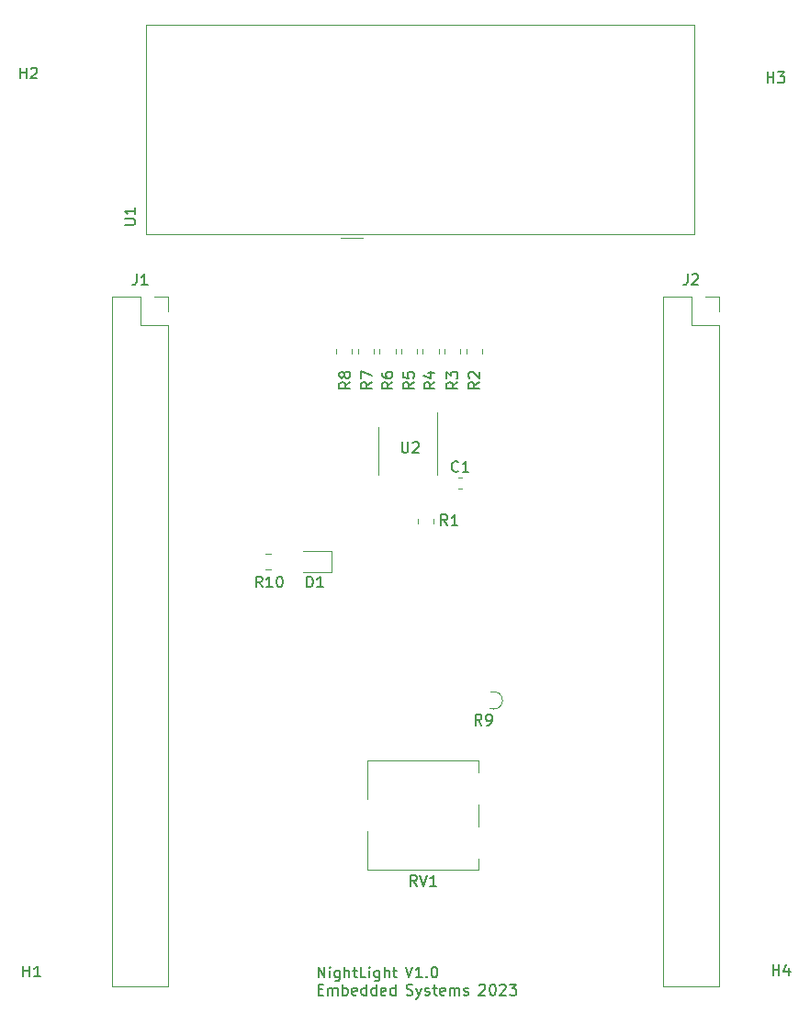
<source format=gbr>
%TF.GenerationSoftware,KiCad,Pcbnew,(7.0.0)*%
%TF.CreationDate,2023-06-01T01:21:08-06:00*%
%TF.ProjectId,FinalProject,46696e61-6c50-4726-9f6a-6563742e6b69,rev?*%
%TF.SameCoordinates,Original*%
%TF.FileFunction,Legend,Top*%
%TF.FilePolarity,Positive*%
%FSLAX46Y46*%
G04 Gerber Fmt 4.6, Leading zero omitted, Abs format (unit mm)*
G04 Created by KiCad (PCBNEW (7.0.0)) date 2023-06-01 01:21:08*
%MOMM*%
%LPD*%
G01*
G04 APERTURE LIST*
%ADD10C,0.150000*%
%ADD11C,0.120000*%
G04 APERTURE END LIST*
D10*
X138838095Y-112962380D02*
X138838095Y-111962380D01*
X138838095Y-111962380D02*
X139409523Y-112962380D01*
X139409523Y-112962380D02*
X139409523Y-111962380D01*
X139885714Y-112962380D02*
X139885714Y-112295714D01*
X139885714Y-111962380D02*
X139838095Y-112010000D01*
X139838095Y-112010000D02*
X139885714Y-112057619D01*
X139885714Y-112057619D02*
X139933333Y-112010000D01*
X139933333Y-112010000D02*
X139885714Y-111962380D01*
X139885714Y-111962380D02*
X139885714Y-112057619D01*
X140790475Y-112295714D02*
X140790475Y-113105238D01*
X140790475Y-113105238D02*
X140742856Y-113200476D01*
X140742856Y-113200476D02*
X140695237Y-113248095D01*
X140695237Y-113248095D02*
X140599999Y-113295714D01*
X140599999Y-113295714D02*
X140457142Y-113295714D01*
X140457142Y-113295714D02*
X140361904Y-113248095D01*
X140790475Y-112914761D02*
X140695237Y-112962380D01*
X140695237Y-112962380D02*
X140504761Y-112962380D01*
X140504761Y-112962380D02*
X140409523Y-112914761D01*
X140409523Y-112914761D02*
X140361904Y-112867142D01*
X140361904Y-112867142D02*
X140314285Y-112771904D01*
X140314285Y-112771904D02*
X140314285Y-112486190D01*
X140314285Y-112486190D02*
X140361904Y-112390952D01*
X140361904Y-112390952D02*
X140409523Y-112343333D01*
X140409523Y-112343333D02*
X140504761Y-112295714D01*
X140504761Y-112295714D02*
X140695237Y-112295714D01*
X140695237Y-112295714D02*
X140790475Y-112343333D01*
X141266666Y-112962380D02*
X141266666Y-111962380D01*
X141695237Y-112962380D02*
X141695237Y-112438571D01*
X141695237Y-112438571D02*
X141647618Y-112343333D01*
X141647618Y-112343333D02*
X141552380Y-112295714D01*
X141552380Y-112295714D02*
X141409523Y-112295714D01*
X141409523Y-112295714D02*
X141314285Y-112343333D01*
X141314285Y-112343333D02*
X141266666Y-112390952D01*
X142028571Y-112295714D02*
X142409523Y-112295714D01*
X142171428Y-111962380D02*
X142171428Y-112819523D01*
X142171428Y-112819523D02*
X142219047Y-112914761D01*
X142219047Y-112914761D02*
X142314285Y-112962380D01*
X142314285Y-112962380D02*
X142409523Y-112962380D01*
X143219047Y-112962380D02*
X142742857Y-112962380D01*
X142742857Y-112962380D02*
X142742857Y-111962380D01*
X143552381Y-112962380D02*
X143552381Y-112295714D01*
X143552381Y-111962380D02*
X143504762Y-112010000D01*
X143504762Y-112010000D02*
X143552381Y-112057619D01*
X143552381Y-112057619D02*
X143600000Y-112010000D01*
X143600000Y-112010000D02*
X143552381Y-111962380D01*
X143552381Y-111962380D02*
X143552381Y-112057619D01*
X144457142Y-112295714D02*
X144457142Y-113105238D01*
X144457142Y-113105238D02*
X144409523Y-113200476D01*
X144409523Y-113200476D02*
X144361904Y-113248095D01*
X144361904Y-113248095D02*
X144266666Y-113295714D01*
X144266666Y-113295714D02*
X144123809Y-113295714D01*
X144123809Y-113295714D02*
X144028571Y-113248095D01*
X144457142Y-112914761D02*
X144361904Y-112962380D01*
X144361904Y-112962380D02*
X144171428Y-112962380D01*
X144171428Y-112962380D02*
X144076190Y-112914761D01*
X144076190Y-112914761D02*
X144028571Y-112867142D01*
X144028571Y-112867142D02*
X143980952Y-112771904D01*
X143980952Y-112771904D02*
X143980952Y-112486190D01*
X143980952Y-112486190D02*
X144028571Y-112390952D01*
X144028571Y-112390952D02*
X144076190Y-112343333D01*
X144076190Y-112343333D02*
X144171428Y-112295714D01*
X144171428Y-112295714D02*
X144361904Y-112295714D01*
X144361904Y-112295714D02*
X144457142Y-112343333D01*
X144933333Y-112962380D02*
X144933333Y-111962380D01*
X145361904Y-112962380D02*
X145361904Y-112438571D01*
X145361904Y-112438571D02*
X145314285Y-112343333D01*
X145314285Y-112343333D02*
X145219047Y-112295714D01*
X145219047Y-112295714D02*
X145076190Y-112295714D01*
X145076190Y-112295714D02*
X144980952Y-112343333D01*
X144980952Y-112343333D02*
X144933333Y-112390952D01*
X145695238Y-112295714D02*
X146076190Y-112295714D01*
X145838095Y-111962380D02*
X145838095Y-112819523D01*
X145838095Y-112819523D02*
X145885714Y-112914761D01*
X145885714Y-112914761D02*
X145980952Y-112962380D01*
X145980952Y-112962380D02*
X146076190Y-112962380D01*
X146866667Y-111962380D02*
X147200000Y-112962380D01*
X147200000Y-112962380D02*
X147533333Y-111962380D01*
X148390476Y-112962380D02*
X147819048Y-112962380D01*
X148104762Y-112962380D02*
X148104762Y-111962380D01*
X148104762Y-111962380D02*
X148009524Y-112105238D01*
X148009524Y-112105238D02*
X147914286Y-112200476D01*
X147914286Y-112200476D02*
X147819048Y-112248095D01*
X148819048Y-112867142D02*
X148866667Y-112914761D01*
X148866667Y-112914761D02*
X148819048Y-112962380D01*
X148819048Y-112962380D02*
X148771429Y-112914761D01*
X148771429Y-112914761D02*
X148819048Y-112867142D01*
X148819048Y-112867142D02*
X148819048Y-112962380D01*
X149485714Y-111962380D02*
X149580952Y-111962380D01*
X149580952Y-111962380D02*
X149676190Y-112010000D01*
X149676190Y-112010000D02*
X149723809Y-112057619D01*
X149723809Y-112057619D02*
X149771428Y-112152857D01*
X149771428Y-112152857D02*
X149819047Y-112343333D01*
X149819047Y-112343333D02*
X149819047Y-112581428D01*
X149819047Y-112581428D02*
X149771428Y-112771904D01*
X149771428Y-112771904D02*
X149723809Y-112867142D01*
X149723809Y-112867142D02*
X149676190Y-112914761D01*
X149676190Y-112914761D02*
X149580952Y-112962380D01*
X149580952Y-112962380D02*
X149485714Y-112962380D01*
X149485714Y-112962380D02*
X149390476Y-112914761D01*
X149390476Y-112914761D02*
X149342857Y-112867142D01*
X149342857Y-112867142D02*
X149295238Y-112771904D01*
X149295238Y-112771904D02*
X149247619Y-112581428D01*
X149247619Y-112581428D02*
X149247619Y-112343333D01*
X149247619Y-112343333D02*
X149295238Y-112152857D01*
X149295238Y-112152857D02*
X149342857Y-112057619D01*
X149342857Y-112057619D02*
X149390476Y-112010000D01*
X149390476Y-112010000D02*
X149485714Y-111962380D01*
X138838095Y-114058571D02*
X139171428Y-114058571D01*
X139314285Y-114582380D02*
X138838095Y-114582380D01*
X138838095Y-114582380D02*
X138838095Y-113582380D01*
X138838095Y-113582380D02*
X139314285Y-113582380D01*
X139742857Y-114582380D02*
X139742857Y-113915714D01*
X139742857Y-114010952D02*
X139790476Y-113963333D01*
X139790476Y-113963333D02*
X139885714Y-113915714D01*
X139885714Y-113915714D02*
X140028571Y-113915714D01*
X140028571Y-113915714D02*
X140123809Y-113963333D01*
X140123809Y-113963333D02*
X140171428Y-114058571D01*
X140171428Y-114058571D02*
X140171428Y-114582380D01*
X140171428Y-114058571D02*
X140219047Y-113963333D01*
X140219047Y-113963333D02*
X140314285Y-113915714D01*
X140314285Y-113915714D02*
X140457142Y-113915714D01*
X140457142Y-113915714D02*
X140552381Y-113963333D01*
X140552381Y-113963333D02*
X140600000Y-114058571D01*
X140600000Y-114058571D02*
X140600000Y-114582380D01*
X141076190Y-114582380D02*
X141076190Y-113582380D01*
X141076190Y-113963333D02*
X141171428Y-113915714D01*
X141171428Y-113915714D02*
X141361904Y-113915714D01*
X141361904Y-113915714D02*
X141457142Y-113963333D01*
X141457142Y-113963333D02*
X141504761Y-114010952D01*
X141504761Y-114010952D02*
X141552380Y-114106190D01*
X141552380Y-114106190D02*
X141552380Y-114391904D01*
X141552380Y-114391904D02*
X141504761Y-114487142D01*
X141504761Y-114487142D02*
X141457142Y-114534761D01*
X141457142Y-114534761D02*
X141361904Y-114582380D01*
X141361904Y-114582380D02*
X141171428Y-114582380D01*
X141171428Y-114582380D02*
X141076190Y-114534761D01*
X142361904Y-114534761D02*
X142266666Y-114582380D01*
X142266666Y-114582380D02*
X142076190Y-114582380D01*
X142076190Y-114582380D02*
X141980952Y-114534761D01*
X141980952Y-114534761D02*
X141933333Y-114439523D01*
X141933333Y-114439523D02*
X141933333Y-114058571D01*
X141933333Y-114058571D02*
X141980952Y-113963333D01*
X141980952Y-113963333D02*
X142076190Y-113915714D01*
X142076190Y-113915714D02*
X142266666Y-113915714D01*
X142266666Y-113915714D02*
X142361904Y-113963333D01*
X142361904Y-113963333D02*
X142409523Y-114058571D01*
X142409523Y-114058571D02*
X142409523Y-114153809D01*
X142409523Y-114153809D02*
X141933333Y-114249047D01*
X143266666Y-114582380D02*
X143266666Y-113582380D01*
X143266666Y-114534761D02*
X143171428Y-114582380D01*
X143171428Y-114582380D02*
X142980952Y-114582380D01*
X142980952Y-114582380D02*
X142885714Y-114534761D01*
X142885714Y-114534761D02*
X142838095Y-114487142D01*
X142838095Y-114487142D02*
X142790476Y-114391904D01*
X142790476Y-114391904D02*
X142790476Y-114106190D01*
X142790476Y-114106190D02*
X142838095Y-114010952D01*
X142838095Y-114010952D02*
X142885714Y-113963333D01*
X142885714Y-113963333D02*
X142980952Y-113915714D01*
X142980952Y-113915714D02*
X143171428Y-113915714D01*
X143171428Y-113915714D02*
X143266666Y-113963333D01*
X144171428Y-114582380D02*
X144171428Y-113582380D01*
X144171428Y-114534761D02*
X144076190Y-114582380D01*
X144076190Y-114582380D02*
X143885714Y-114582380D01*
X143885714Y-114582380D02*
X143790476Y-114534761D01*
X143790476Y-114534761D02*
X143742857Y-114487142D01*
X143742857Y-114487142D02*
X143695238Y-114391904D01*
X143695238Y-114391904D02*
X143695238Y-114106190D01*
X143695238Y-114106190D02*
X143742857Y-114010952D01*
X143742857Y-114010952D02*
X143790476Y-113963333D01*
X143790476Y-113963333D02*
X143885714Y-113915714D01*
X143885714Y-113915714D02*
X144076190Y-113915714D01*
X144076190Y-113915714D02*
X144171428Y-113963333D01*
X145028571Y-114534761D02*
X144933333Y-114582380D01*
X144933333Y-114582380D02*
X144742857Y-114582380D01*
X144742857Y-114582380D02*
X144647619Y-114534761D01*
X144647619Y-114534761D02*
X144600000Y-114439523D01*
X144600000Y-114439523D02*
X144600000Y-114058571D01*
X144600000Y-114058571D02*
X144647619Y-113963333D01*
X144647619Y-113963333D02*
X144742857Y-113915714D01*
X144742857Y-113915714D02*
X144933333Y-113915714D01*
X144933333Y-113915714D02*
X145028571Y-113963333D01*
X145028571Y-113963333D02*
X145076190Y-114058571D01*
X145076190Y-114058571D02*
X145076190Y-114153809D01*
X145076190Y-114153809D02*
X144600000Y-114249047D01*
X145933333Y-114582380D02*
X145933333Y-113582380D01*
X145933333Y-114534761D02*
X145838095Y-114582380D01*
X145838095Y-114582380D02*
X145647619Y-114582380D01*
X145647619Y-114582380D02*
X145552381Y-114534761D01*
X145552381Y-114534761D02*
X145504762Y-114487142D01*
X145504762Y-114487142D02*
X145457143Y-114391904D01*
X145457143Y-114391904D02*
X145457143Y-114106190D01*
X145457143Y-114106190D02*
X145504762Y-114010952D01*
X145504762Y-114010952D02*
X145552381Y-113963333D01*
X145552381Y-113963333D02*
X145647619Y-113915714D01*
X145647619Y-113915714D02*
X145838095Y-113915714D01*
X145838095Y-113915714D02*
X145933333Y-113963333D01*
X146961905Y-114534761D02*
X147104762Y-114582380D01*
X147104762Y-114582380D02*
X147342857Y-114582380D01*
X147342857Y-114582380D02*
X147438095Y-114534761D01*
X147438095Y-114534761D02*
X147485714Y-114487142D01*
X147485714Y-114487142D02*
X147533333Y-114391904D01*
X147533333Y-114391904D02*
X147533333Y-114296666D01*
X147533333Y-114296666D02*
X147485714Y-114201428D01*
X147485714Y-114201428D02*
X147438095Y-114153809D01*
X147438095Y-114153809D02*
X147342857Y-114106190D01*
X147342857Y-114106190D02*
X147152381Y-114058571D01*
X147152381Y-114058571D02*
X147057143Y-114010952D01*
X147057143Y-114010952D02*
X147009524Y-113963333D01*
X147009524Y-113963333D02*
X146961905Y-113868095D01*
X146961905Y-113868095D02*
X146961905Y-113772857D01*
X146961905Y-113772857D02*
X147009524Y-113677619D01*
X147009524Y-113677619D02*
X147057143Y-113630000D01*
X147057143Y-113630000D02*
X147152381Y-113582380D01*
X147152381Y-113582380D02*
X147390476Y-113582380D01*
X147390476Y-113582380D02*
X147533333Y-113630000D01*
X147866667Y-113915714D02*
X148104762Y-114582380D01*
X148342857Y-113915714D02*
X148104762Y-114582380D01*
X148104762Y-114582380D02*
X148009524Y-114820476D01*
X148009524Y-114820476D02*
X147961905Y-114868095D01*
X147961905Y-114868095D02*
X147866667Y-114915714D01*
X148676191Y-114534761D02*
X148771429Y-114582380D01*
X148771429Y-114582380D02*
X148961905Y-114582380D01*
X148961905Y-114582380D02*
X149057143Y-114534761D01*
X149057143Y-114534761D02*
X149104762Y-114439523D01*
X149104762Y-114439523D02*
X149104762Y-114391904D01*
X149104762Y-114391904D02*
X149057143Y-114296666D01*
X149057143Y-114296666D02*
X148961905Y-114249047D01*
X148961905Y-114249047D02*
X148819048Y-114249047D01*
X148819048Y-114249047D02*
X148723810Y-114201428D01*
X148723810Y-114201428D02*
X148676191Y-114106190D01*
X148676191Y-114106190D02*
X148676191Y-114058571D01*
X148676191Y-114058571D02*
X148723810Y-113963333D01*
X148723810Y-113963333D02*
X148819048Y-113915714D01*
X148819048Y-113915714D02*
X148961905Y-113915714D01*
X148961905Y-113915714D02*
X149057143Y-113963333D01*
X149390477Y-113915714D02*
X149771429Y-113915714D01*
X149533334Y-113582380D02*
X149533334Y-114439523D01*
X149533334Y-114439523D02*
X149580953Y-114534761D01*
X149580953Y-114534761D02*
X149676191Y-114582380D01*
X149676191Y-114582380D02*
X149771429Y-114582380D01*
X150485715Y-114534761D02*
X150390477Y-114582380D01*
X150390477Y-114582380D02*
X150200001Y-114582380D01*
X150200001Y-114582380D02*
X150104763Y-114534761D01*
X150104763Y-114534761D02*
X150057144Y-114439523D01*
X150057144Y-114439523D02*
X150057144Y-114058571D01*
X150057144Y-114058571D02*
X150104763Y-113963333D01*
X150104763Y-113963333D02*
X150200001Y-113915714D01*
X150200001Y-113915714D02*
X150390477Y-113915714D01*
X150390477Y-113915714D02*
X150485715Y-113963333D01*
X150485715Y-113963333D02*
X150533334Y-114058571D01*
X150533334Y-114058571D02*
X150533334Y-114153809D01*
X150533334Y-114153809D02*
X150057144Y-114249047D01*
X150961906Y-114582380D02*
X150961906Y-113915714D01*
X150961906Y-114010952D02*
X151009525Y-113963333D01*
X151009525Y-113963333D02*
X151104763Y-113915714D01*
X151104763Y-113915714D02*
X151247620Y-113915714D01*
X151247620Y-113915714D02*
X151342858Y-113963333D01*
X151342858Y-113963333D02*
X151390477Y-114058571D01*
X151390477Y-114058571D02*
X151390477Y-114582380D01*
X151390477Y-114058571D02*
X151438096Y-113963333D01*
X151438096Y-113963333D02*
X151533334Y-113915714D01*
X151533334Y-113915714D02*
X151676191Y-113915714D01*
X151676191Y-113915714D02*
X151771430Y-113963333D01*
X151771430Y-113963333D02*
X151819049Y-114058571D01*
X151819049Y-114058571D02*
X151819049Y-114582380D01*
X152247620Y-114534761D02*
X152342858Y-114582380D01*
X152342858Y-114582380D02*
X152533334Y-114582380D01*
X152533334Y-114582380D02*
X152628572Y-114534761D01*
X152628572Y-114534761D02*
X152676191Y-114439523D01*
X152676191Y-114439523D02*
X152676191Y-114391904D01*
X152676191Y-114391904D02*
X152628572Y-114296666D01*
X152628572Y-114296666D02*
X152533334Y-114249047D01*
X152533334Y-114249047D02*
X152390477Y-114249047D01*
X152390477Y-114249047D02*
X152295239Y-114201428D01*
X152295239Y-114201428D02*
X152247620Y-114106190D01*
X152247620Y-114106190D02*
X152247620Y-114058571D01*
X152247620Y-114058571D02*
X152295239Y-113963333D01*
X152295239Y-113963333D02*
X152390477Y-113915714D01*
X152390477Y-113915714D02*
X152533334Y-113915714D01*
X152533334Y-113915714D02*
X152628572Y-113963333D01*
X153657144Y-113677619D02*
X153704763Y-113630000D01*
X153704763Y-113630000D02*
X153800001Y-113582380D01*
X153800001Y-113582380D02*
X154038096Y-113582380D01*
X154038096Y-113582380D02*
X154133334Y-113630000D01*
X154133334Y-113630000D02*
X154180953Y-113677619D01*
X154180953Y-113677619D02*
X154228572Y-113772857D01*
X154228572Y-113772857D02*
X154228572Y-113868095D01*
X154228572Y-113868095D02*
X154180953Y-114010952D01*
X154180953Y-114010952D02*
X153609525Y-114582380D01*
X153609525Y-114582380D02*
X154228572Y-114582380D01*
X154847620Y-113582380D02*
X154942858Y-113582380D01*
X154942858Y-113582380D02*
X155038096Y-113630000D01*
X155038096Y-113630000D02*
X155085715Y-113677619D01*
X155085715Y-113677619D02*
X155133334Y-113772857D01*
X155133334Y-113772857D02*
X155180953Y-113963333D01*
X155180953Y-113963333D02*
X155180953Y-114201428D01*
X155180953Y-114201428D02*
X155133334Y-114391904D01*
X155133334Y-114391904D02*
X155085715Y-114487142D01*
X155085715Y-114487142D02*
X155038096Y-114534761D01*
X155038096Y-114534761D02*
X154942858Y-114582380D01*
X154942858Y-114582380D02*
X154847620Y-114582380D01*
X154847620Y-114582380D02*
X154752382Y-114534761D01*
X154752382Y-114534761D02*
X154704763Y-114487142D01*
X154704763Y-114487142D02*
X154657144Y-114391904D01*
X154657144Y-114391904D02*
X154609525Y-114201428D01*
X154609525Y-114201428D02*
X154609525Y-113963333D01*
X154609525Y-113963333D02*
X154657144Y-113772857D01*
X154657144Y-113772857D02*
X154704763Y-113677619D01*
X154704763Y-113677619D02*
X154752382Y-113630000D01*
X154752382Y-113630000D02*
X154847620Y-113582380D01*
X155561906Y-113677619D02*
X155609525Y-113630000D01*
X155609525Y-113630000D02*
X155704763Y-113582380D01*
X155704763Y-113582380D02*
X155942858Y-113582380D01*
X155942858Y-113582380D02*
X156038096Y-113630000D01*
X156038096Y-113630000D02*
X156085715Y-113677619D01*
X156085715Y-113677619D02*
X156133334Y-113772857D01*
X156133334Y-113772857D02*
X156133334Y-113868095D01*
X156133334Y-113868095D02*
X156085715Y-114010952D01*
X156085715Y-114010952D02*
X155514287Y-114582380D01*
X155514287Y-114582380D02*
X156133334Y-114582380D01*
X156466668Y-113582380D02*
X157085715Y-113582380D01*
X157085715Y-113582380D02*
X156752382Y-113963333D01*
X156752382Y-113963333D02*
X156895239Y-113963333D01*
X156895239Y-113963333D02*
X156990477Y-114010952D01*
X156990477Y-114010952D02*
X157038096Y-114058571D01*
X157038096Y-114058571D02*
X157085715Y-114153809D01*
X157085715Y-114153809D02*
X157085715Y-114391904D01*
X157085715Y-114391904D02*
X157038096Y-114487142D01*
X157038096Y-114487142D02*
X156990477Y-114534761D01*
X156990477Y-114534761D02*
X156895239Y-114582380D01*
X156895239Y-114582380D02*
X156609525Y-114582380D01*
X156609525Y-114582380D02*
X156514287Y-114534761D01*
X156514287Y-114534761D02*
X156466668Y-114487142D01*
%TO.C,R9*%
X153888333Y-89687380D02*
X153555000Y-89211190D01*
X153316905Y-89687380D02*
X153316905Y-88687380D01*
X153316905Y-88687380D02*
X153697857Y-88687380D01*
X153697857Y-88687380D02*
X153793095Y-88735000D01*
X153793095Y-88735000D02*
X153840714Y-88782619D01*
X153840714Y-88782619D02*
X153888333Y-88877857D01*
X153888333Y-88877857D02*
X153888333Y-89020714D01*
X153888333Y-89020714D02*
X153840714Y-89115952D01*
X153840714Y-89115952D02*
X153793095Y-89163571D01*
X153793095Y-89163571D02*
X153697857Y-89211190D01*
X153697857Y-89211190D02*
X153316905Y-89211190D01*
X154364524Y-89687380D02*
X154555000Y-89687380D01*
X154555000Y-89687380D02*
X154650238Y-89639761D01*
X154650238Y-89639761D02*
X154697857Y-89592142D01*
X154697857Y-89592142D02*
X154793095Y-89449285D01*
X154793095Y-89449285D02*
X154840714Y-89258809D01*
X154840714Y-89258809D02*
X154840714Y-88877857D01*
X154840714Y-88877857D02*
X154793095Y-88782619D01*
X154793095Y-88782619D02*
X154745476Y-88735000D01*
X154745476Y-88735000D02*
X154650238Y-88687380D01*
X154650238Y-88687380D02*
X154459762Y-88687380D01*
X154459762Y-88687380D02*
X154364524Y-88735000D01*
X154364524Y-88735000D02*
X154316905Y-88782619D01*
X154316905Y-88782619D02*
X154269286Y-88877857D01*
X154269286Y-88877857D02*
X154269286Y-89115952D01*
X154269286Y-89115952D02*
X154316905Y-89211190D01*
X154316905Y-89211190D02*
X154364524Y-89258809D01*
X154364524Y-89258809D02*
X154459762Y-89306428D01*
X154459762Y-89306428D02*
X154650238Y-89306428D01*
X154650238Y-89306428D02*
X154745476Y-89258809D01*
X154745476Y-89258809D02*
X154793095Y-89211190D01*
X154793095Y-89211190D02*
X154840714Y-89115952D01*
%TO.C,J2*%
X172864166Y-48097380D02*
X172864166Y-48811666D01*
X172864166Y-48811666D02*
X172816547Y-48954523D01*
X172816547Y-48954523D02*
X172721309Y-49049761D01*
X172721309Y-49049761D02*
X172578452Y-49097380D01*
X172578452Y-49097380D02*
X172483214Y-49097380D01*
X173292738Y-48192619D02*
X173340357Y-48145000D01*
X173340357Y-48145000D02*
X173435595Y-48097380D01*
X173435595Y-48097380D02*
X173673690Y-48097380D01*
X173673690Y-48097380D02*
X173768928Y-48145000D01*
X173768928Y-48145000D02*
X173816547Y-48192619D01*
X173816547Y-48192619D02*
X173864166Y-48287857D01*
X173864166Y-48287857D02*
X173864166Y-48383095D01*
X173864166Y-48383095D02*
X173816547Y-48525952D01*
X173816547Y-48525952D02*
X173245119Y-49097380D01*
X173245119Y-49097380D02*
X173864166Y-49097380D01*
%TO.C,R7*%
X143767380Y-58066666D02*
X143291190Y-58399999D01*
X143767380Y-58638094D02*
X142767380Y-58638094D01*
X142767380Y-58638094D02*
X142767380Y-58257142D01*
X142767380Y-58257142D02*
X142815000Y-58161904D01*
X142815000Y-58161904D02*
X142862619Y-58114285D01*
X142862619Y-58114285D02*
X142957857Y-58066666D01*
X142957857Y-58066666D02*
X143100714Y-58066666D01*
X143100714Y-58066666D02*
X143195952Y-58114285D01*
X143195952Y-58114285D02*
X143243571Y-58161904D01*
X143243571Y-58161904D02*
X143291190Y-58257142D01*
X143291190Y-58257142D02*
X143291190Y-58638094D01*
X142767380Y-57733332D02*
X142767380Y-57066666D01*
X142767380Y-57066666D02*
X143767380Y-57495237D01*
%TO.C,R1*%
X150733333Y-71267380D02*
X150400000Y-70791190D01*
X150161905Y-71267380D02*
X150161905Y-70267380D01*
X150161905Y-70267380D02*
X150542857Y-70267380D01*
X150542857Y-70267380D02*
X150638095Y-70315000D01*
X150638095Y-70315000D02*
X150685714Y-70362619D01*
X150685714Y-70362619D02*
X150733333Y-70457857D01*
X150733333Y-70457857D02*
X150733333Y-70600714D01*
X150733333Y-70600714D02*
X150685714Y-70695952D01*
X150685714Y-70695952D02*
X150638095Y-70743571D01*
X150638095Y-70743571D02*
X150542857Y-70791190D01*
X150542857Y-70791190D02*
X150161905Y-70791190D01*
X151685714Y-71267380D02*
X151114286Y-71267380D01*
X151400000Y-71267380D02*
X151400000Y-70267380D01*
X151400000Y-70267380D02*
X151304762Y-70410238D01*
X151304762Y-70410238D02*
X151209524Y-70505476D01*
X151209524Y-70505476D02*
X151114286Y-70553095D01*
%TO.C,R5*%
X147667380Y-58066666D02*
X147191190Y-58399999D01*
X147667380Y-58638094D02*
X146667380Y-58638094D01*
X146667380Y-58638094D02*
X146667380Y-58257142D01*
X146667380Y-58257142D02*
X146715000Y-58161904D01*
X146715000Y-58161904D02*
X146762619Y-58114285D01*
X146762619Y-58114285D02*
X146857857Y-58066666D01*
X146857857Y-58066666D02*
X147000714Y-58066666D01*
X147000714Y-58066666D02*
X147095952Y-58114285D01*
X147095952Y-58114285D02*
X147143571Y-58161904D01*
X147143571Y-58161904D02*
X147191190Y-58257142D01*
X147191190Y-58257142D02*
X147191190Y-58638094D01*
X146667380Y-57161904D02*
X146667380Y-57638094D01*
X146667380Y-57638094D02*
X147143571Y-57685713D01*
X147143571Y-57685713D02*
X147095952Y-57638094D01*
X147095952Y-57638094D02*
X147048333Y-57542856D01*
X147048333Y-57542856D02*
X147048333Y-57304761D01*
X147048333Y-57304761D02*
X147095952Y-57209523D01*
X147095952Y-57209523D02*
X147143571Y-57161904D01*
X147143571Y-57161904D02*
X147238809Y-57114285D01*
X147238809Y-57114285D02*
X147476904Y-57114285D01*
X147476904Y-57114285D02*
X147572142Y-57161904D01*
X147572142Y-57161904D02*
X147619761Y-57209523D01*
X147619761Y-57209523D02*
X147667380Y-57304761D01*
X147667380Y-57304761D02*
X147667380Y-57542856D01*
X147667380Y-57542856D02*
X147619761Y-57638094D01*
X147619761Y-57638094D02*
X147572142Y-57685713D01*
%TO.C,R2*%
X153667380Y-58066666D02*
X153191190Y-58399999D01*
X153667380Y-58638094D02*
X152667380Y-58638094D01*
X152667380Y-58638094D02*
X152667380Y-58257142D01*
X152667380Y-58257142D02*
X152715000Y-58161904D01*
X152715000Y-58161904D02*
X152762619Y-58114285D01*
X152762619Y-58114285D02*
X152857857Y-58066666D01*
X152857857Y-58066666D02*
X153000714Y-58066666D01*
X153000714Y-58066666D02*
X153095952Y-58114285D01*
X153095952Y-58114285D02*
X153143571Y-58161904D01*
X153143571Y-58161904D02*
X153191190Y-58257142D01*
X153191190Y-58257142D02*
X153191190Y-58638094D01*
X152762619Y-57685713D02*
X152715000Y-57638094D01*
X152715000Y-57638094D02*
X152667380Y-57542856D01*
X152667380Y-57542856D02*
X152667380Y-57304761D01*
X152667380Y-57304761D02*
X152715000Y-57209523D01*
X152715000Y-57209523D02*
X152762619Y-57161904D01*
X152762619Y-57161904D02*
X152857857Y-57114285D01*
X152857857Y-57114285D02*
X152953095Y-57114285D01*
X152953095Y-57114285D02*
X153095952Y-57161904D01*
X153095952Y-57161904D02*
X153667380Y-57733332D01*
X153667380Y-57733332D02*
X153667380Y-57114285D01*
%TO.C,H3*%
X180238095Y-30467380D02*
X180238095Y-29467380D01*
X180238095Y-29943571D02*
X180809523Y-29943571D01*
X180809523Y-30467380D02*
X180809523Y-29467380D01*
X181190476Y-29467380D02*
X181809523Y-29467380D01*
X181809523Y-29467380D02*
X181476190Y-29848333D01*
X181476190Y-29848333D02*
X181619047Y-29848333D01*
X181619047Y-29848333D02*
X181714285Y-29895952D01*
X181714285Y-29895952D02*
X181761904Y-29943571D01*
X181761904Y-29943571D02*
X181809523Y-30038809D01*
X181809523Y-30038809D02*
X181809523Y-30276904D01*
X181809523Y-30276904D02*
X181761904Y-30372142D01*
X181761904Y-30372142D02*
X181714285Y-30419761D01*
X181714285Y-30419761D02*
X181619047Y-30467380D01*
X181619047Y-30467380D02*
X181333333Y-30467380D01*
X181333333Y-30467380D02*
X181238095Y-30419761D01*
X181238095Y-30419761D02*
X181190476Y-30372142D01*
%TO.C,R3*%
X151667380Y-58066666D02*
X151191190Y-58399999D01*
X151667380Y-58638094D02*
X150667380Y-58638094D01*
X150667380Y-58638094D02*
X150667380Y-58257142D01*
X150667380Y-58257142D02*
X150715000Y-58161904D01*
X150715000Y-58161904D02*
X150762619Y-58114285D01*
X150762619Y-58114285D02*
X150857857Y-58066666D01*
X150857857Y-58066666D02*
X151000714Y-58066666D01*
X151000714Y-58066666D02*
X151095952Y-58114285D01*
X151095952Y-58114285D02*
X151143571Y-58161904D01*
X151143571Y-58161904D02*
X151191190Y-58257142D01*
X151191190Y-58257142D02*
X151191190Y-58638094D01*
X150667380Y-57733332D02*
X150667380Y-57114285D01*
X150667380Y-57114285D02*
X151048333Y-57447618D01*
X151048333Y-57447618D02*
X151048333Y-57304761D01*
X151048333Y-57304761D02*
X151095952Y-57209523D01*
X151095952Y-57209523D02*
X151143571Y-57161904D01*
X151143571Y-57161904D02*
X151238809Y-57114285D01*
X151238809Y-57114285D02*
X151476904Y-57114285D01*
X151476904Y-57114285D02*
X151572142Y-57161904D01*
X151572142Y-57161904D02*
X151619761Y-57209523D01*
X151619761Y-57209523D02*
X151667380Y-57304761D01*
X151667380Y-57304761D02*
X151667380Y-57590475D01*
X151667380Y-57590475D02*
X151619761Y-57685713D01*
X151619761Y-57685713D02*
X151572142Y-57733332D01*
%TO.C,C1*%
X151733333Y-66242142D02*
X151685714Y-66289761D01*
X151685714Y-66289761D02*
X151542857Y-66337380D01*
X151542857Y-66337380D02*
X151447619Y-66337380D01*
X151447619Y-66337380D02*
X151304762Y-66289761D01*
X151304762Y-66289761D02*
X151209524Y-66194523D01*
X151209524Y-66194523D02*
X151161905Y-66099285D01*
X151161905Y-66099285D02*
X151114286Y-65908809D01*
X151114286Y-65908809D02*
X151114286Y-65765952D01*
X151114286Y-65765952D02*
X151161905Y-65575476D01*
X151161905Y-65575476D02*
X151209524Y-65480238D01*
X151209524Y-65480238D02*
X151304762Y-65385000D01*
X151304762Y-65385000D02*
X151447619Y-65337380D01*
X151447619Y-65337380D02*
X151542857Y-65337380D01*
X151542857Y-65337380D02*
X151685714Y-65385000D01*
X151685714Y-65385000D02*
X151733333Y-65432619D01*
X152685714Y-66337380D02*
X152114286Y-66337380D01*
X152400000Y-66337380D02*
X152400000Y-65337380D01*
X152400000Y-65337380D02*
X152304762Y-65480238D01*
X152304762Y-65480238D02*
X152209524Y-65575476D01*
X152209524Y-65575476D02*
X152114286Y-65623095D01*
%TO.C,U2*%
X146538095Y-63567380D02*
X146538095Y-64376904D01*
X146538095Y-64376904D02*
X146585714Y-64472142D01*
X146585714Y-64472142D02*
X146633333Y-64519761D01*
X146633333Y-64519761D02*
X146728571Y-64567380D01*
X146728571Y-64567380D02*
X146919047Y-64567380D01*
X146919047Y-64567380D02*
X147014285Y-64519761D01*
X147014285Y-64519761D02*
X147061904Y-64472142D01*
X147061904Y-64472142D02*
X147109523Y-64376904D01*
X147109523Y-64376904D02*
X147109523Y-63567380D01*
X147538095Y-63662619D02*
X147585714Y-63615000D01*
X147585714Y-63615000D02*
X147680952Y-63567380D01*
X147680952Y-63567380D02*
X147919047Y-63567380D01*
X147919047Y-63567380D02*
X148014285Y-63615000D01*
X148014285Y-63615000D02*
X148061904Y-63662619D01*
X148061904Y-63662619D02*
X148109523Y-63757857D01*
X148109523Y-63757857D02*
X148109523Y-63853095D01*
X148109523Y-63853095D02*
X148061904Y-63995952D01*
X148061904Y-63995952D02*
X147490476Y-64567380D01*
X147490476Y-64567380D02*
X148109523Y-64567380D01*
%TO.C,H4*%
X180738095Y-112767380D02*
X180738095Y-111767380D01*
X180738095Y-112243571D02*
X181309523Y-112243571D01*
X181309523Y-112767380D02*
X181309523Y-111767380D01*
X182214285Y-112100714D02*
X182214285Y-112767380D01*
X181976190Y-111719761D02*
X181738095Y-112434047D01*
X181738095Y-112434047D02*
X182357142Y-112434047D01*
%TO.C,R8*%
X141767380Y-58066666D02*
X141291190Y-58399999D01*
X141767380Y-58638094D02*
X140767380Y-58638094D01*
X140767380Y-58638094D02*
X140767380Y-58257142D01*
X140767380Y-58257142D02*
X140815000Y-58161904D01*
X140815000Y-58161904D02*
X140862619Y-58114285D01*
X140862619Y-58114285D02*
X140957857Y-58066666D01*
X140957857Y-58066666D02*
X141100714Y-58066666D01*
X141100714Y-58066666D02*
X141195952Y-58114285D01*
X141195952Y-58114285D02*
X141243571Y-58161904D01*
X141243571Y-58161904D02*
X141291190Y-58257142D01*
X141291190Y-58257142D02*
X141291190Y-58638094D01*
X141195952Y-57495237D02*
X141148333Y-57590475D01*
X141148333Y-57590475D02*
X141100714Y-57638094D01*
X141100714Y-57638094D02*
X141005476Y-57685713D01*
X141005476Y-57685713D02*
X140957857Y-57685713D01*
X140957857Y-57685713D02*
X140862619Y-57638094D01*
X140862619Y-57638094D02*
X140815000Y-57590475D01*
X140815000Y-57590475D02*
X140767380Y-57495237D01*
X140767380Y-57495237D02*
X140767380Y-57304761D01*
X140767380Y-57304761D02*
X140815000Y-57209523D01*
X140815000Y-57209523D02*
X140862619Y-57161904D01*
X140862619Y-57161904D02*
X140957857Y-57114285D01*
X140957857Y-57114285D02*
X141005476Y-57114285D01*
X141005476Y-57114285D02*
X141100714Y-57161904D01*
X141100714Y-57161904D02*
X141148333Y-57209523D01*
X141148333Y-57209523D02*
X141195952Y-57304761D01*
X141195952Y-57304761D02*
X141195952Y-57495237D01*
X141195952Y-57495237D02*
X141243571Y-57590475D01*
X141243571Y-57590475D02*
X141291190Y-57638094D01*
X141291190Y-57638094D02*
X141386428Y-57685713D01*
X141386428Y-57685713D02*
X141576904Y-57685713D01*
X141576904Y-57685713D02*
X141672142Y-57638094D01*
X141672142Y-57638094D02*
X141719761Y-57590475D01*
X141719761Y-57590475D02*
X141767380Y-57495237D01*
X141767380Y-57495237D02*
X141767380Y-57304761D01*
X141767380Y-57304761D02*
X141719761Y-57209523D01*
X141719761Y-57209523D02*
X141672142Y-57161904D01*
X141672142Y-57161904D02*
X141576904Y-57114285D01*
X141576904Y-57114285D02*
X141386428Y-57114285D01*
X141386428Y-57114285D02*
X141291190Y-57161904D01*
X141291190Y-57161904D02*
X141243571Y-57209523D01*
X141243571Y-57209523D02*
X141195952Y-57304761D01*
%TO.C,H2*%
X111338095Y-30067380D02*
X111338095Y-29067380D01*
X111338095Y-29543571D02*
X111909523Y-29543571D01*
X111909523Y-30067380D02*
X111909523Y-29067380D01*
X112338095Y-29162619D02*
X112385714Y-29115000D01*
X112385714Y-29115000D02*
X112480952Y-29067380D01*
X112480952Y-29067380D02*
X112719047Y-29067380D01*
X112719047Y-29067380D02*
X112814285Y-29115000D01*
X112814285Y-29115000D02*
X112861904Y-29162619D01*
X112861904Y-29162619D02*
X112909523Y-29257857D01*
X112909523Y-29257857D02*
X112909523Y-29353095D01*
X112909523Y-29353095D02*
X112861904Y-29495952D01*
X112861904Y-29495952D02*
X112290476Y-30067380D01*
X112290476Y-30067380D02*
X112909523Y-30067380D01*
%TO.C,R10*%
X133657142Y-76967380D02*
X133323809Y-76491190D01*
X133085714Y-76967380D02*
X133085714Y-75967380D01*
X133085714Y-75967380D02*
X133466666Y-75967380D01*
X133466666Y-75967380D02*
X133561904Y-76015000D01*
X133561904Y-76015000D02*
X133609523Y-76062619D01*
X133609523Y-76062619D02*
X133657142Y-76157857D01*
X133657142Y-76157857D02*
X133657142Y-76300714D01*
X133657142Y-76300714D02*
X133609523Y-76395952D01*
X133609523Y-76395952D02*
X133561904Y-76443571D01*
X133561904Y-76443571D02*
X133466666Y-76491190D01*
X133466666Y-76491190D02*
X133085714Y-76491190D01*
X134609523Y-76967380D02*
X134038095Y-76967380D01*
X134323809Y-76967380D02*
X134323809Y-75967380D01*
X134323809Y-75967380D02*
X134228571Y-76110238D01*
X134228571Y-76110238D02*
X134133333Y-76205476D01*
X134133333Y-76205476D02*
X134038095Y-76253095D01*
X135228571Y-75967380D02*
X135323809Y-75967380D01*
X135323809Y-75967380D02*
X135419047Y-76015000D01*
X135419047Y-76015000D02*
X135466666Y-76062619D01*
X135466666Y-76062619D02*
X135514285Y-76157857D01*
X135514285Y-76157857D02*
X135561904Y-76348333D01*
X135561904Y-76348333D02*
X135561904Y-76586428D01*
X135561904Y-76586428D02*
X135514285Y-76776904D01*
X135514285Y-76776904D02*
X135466666Y-76872142D01*
X135466666Y-76872142D02*
X135419047Y-76919761D01*
X135419047Y-76919761D02*
X135323809Y-76967380D01*
X135323809Y-76967380D02*
X135228571Y-76967380D01*
X135228571Y-76967380D02*
X135133333Y-76919761D01*
X135133333Y-76919761D02*
X135085714Y-76872142D01*
X135085714Y-76872142D02*
X135038095Y-76776904D01*
X135038095Y-76776904D02*
X134990476Y-76586428D01*
X134990476Y-76586428D02*
X134990476Y-76348333D01*
X134990476Y-76348333D02*
X135038095Y-76157857D01*
X135038095Y-76157857D02*
X135085714Y-76062619D01*
X135085714Y-76062619D02*
X135133333Y-76015000D01*
X135133333Y-76015000D02*
X135228571Y-75967380D01*
%TO.C,R4*%
X149567380Y-58066666D02*
X149091190Y-58399999D01*
X149567380Y-58638094D02*
X148567380Y-58638094D01*
X148567380Y-58638094D02*
X148567380Y-58257142D01*
X148567380Y-58257142D02*
X148615000Y-58161904D01*
X148615000Y-58161904D02*
X148662619Y-58114285D01*
X148662619Y-58114285D02*
X148757857Y-58066666D01*
X148757857Y-58066666D02*
X148900714Y-58066666D01*
X148900714Y-58066666D02*
X148995952Y-58114285D01*
X148995952Y-58114285D02*
X149043571Y-58161904D01*
X149043571Y-58161904D02*
X149091190Y-58257142D01*
X149091190Y-58257142D02*
X149091190Y-58638094D01*
X148900714Y-57209523D02*
X149567380Y-57209523D01*
X148519761Y-57447618D02*
X149234047Y-57685713D01*
X149234047Y-57685713D02*
X149234047Y-57066666D01*
%TO.C,D1*%
X137761905Y-76967380D02*
X137761905Y-75967380D01*
X137761905Y-75967380D02*
X138000000Y-75967380D01*
X138000000Y-75967380D02*
X138142857Y-76015000D01*
X138142857Y-76015000D02*
X138238095Y-76110238D01*
X138238095Y-76110238D02*
X138285714Y-76205476D01*
X138285714Y-76205476D02*
X138333333Y-76395952D01*
X138333333Y-76395952D02*
X138333333Y-76538809D01*
X138333333Y-76538809D02*
X138285714Y-76729285D01*
X138285714Y-76729285D02*
X138238095Y-76824523D01*
X138238095Y-76824523D02*
X138142857Y-76919761D01*
X138142857Y-76919761D02*
X138000000Y-76967380D01*
X138000000Y-76967380D02*
X137761905Y-76967380D01*
X139285714Y-76967380D02*
X138714286Y-76967380D01*
X139000000Y-76967380D02*
X139000000Y-75967380D01*
X139000000Y-75967380D02*
X138904762Y-76110238D01*
X138904762Y-76110238D02*
X138809524Y-76205476D01*
X138809524Y-76205476D02*
X138714286Y-76253095D01*
%TO.C,U1*%
X120957380Y-43561904D02*
X121766904Y-43561904D01*
X121766904Y-43561904D02*
X121862142Y-43514285D01*
X121862142Y-43514285D02*
X121909761Y-43466666D01*
X121909761Y-43466666D02*
X121957380Y-43371428D01*
X121957380Y-43371428D02*
X121957380Y-43180952D01*
X121957380Y-43180952D02*
X121909761Y-43085714D01*
X121909761Y-43085714D02*
X121862142Y-43038095D01*
X121862142Y-43038095D02*
X121766904Y-42990476D01*
X121766904Y-42990476D02*
X120957380Y-42990476D01*
X121957380Y-41990476D02*
X121957380Y-42561904D01*
X121957380Y-42276190D02*
X120957380Y-42276190D01*
X120957380Y-42276190D02*
X121100238Y-42371428D01*
X121100238Y-42371428D02*
X121195476Y-42466666D01*
X121195476Y-42466666D02*
X121243095Y-42561904D01*
%TO.C,RV1*%
X147904761Y-104517380D02*
X147571428Y-104041190D01*
X147333333Y-104517380D02*
X147333333Y-103517380D01*
X147333333Y-103517380D02*
X147714285Y-103517380D01*
X147714285Y-103517380D02*
X147809523Y-103565000D01*
X147809523Y-103565000D02*
X147857142Y-103612619D01*
X147857142Y-103612619D02*
X147904761Y-103707857D01*
X147904761Y-103707857D02*
X147904761Y-103850714D01*
X147904761Y-103850714D02*
X147857142Y-103945952D01*
X147857142Y-103945952D02*
X147809523Y-103993571D01*
X147809523Y-103993571D02*
X147714285Y-104041190D01*
X147714285Y-104041190D02*
X147333333Y-104041190D01*
X148190476Y-103517380D02*
X148523809Y-104517380D01*
X148523809Y-104517380D02*
X148857142Y-103517380D01*
X149714285Y-104517380D02*
X149142857Y-104517380D01*
X149428571Y-104517380D02*
X149428571Y-103517380D01*
X149428571Y-103517380D02*
X149333333Y-103660238D01*
X149333333Y-103660238D02*
X149238095Y-103755476D01*
X149238095Y-103755476D02*
X149142857Y-103803095D01*
%TO.C,J1*%
X122074166Y-48097380D02*
X122074166Y-48811666D01*
X122074166Y-48811666D02*
X122026547Y-48954523D01*
X122026547Y-48954523D02*
X121931309Y-49049761D01*
X121931309Y-49049761D02*
X121788452Y-49097380D01*
X121788452Y-49097380D02*
X121693214Y-49097380D01*
X123074166Y-49097380D02*
X122502738Y-49097380D01*
X122788452Y-49097380D02*
X122788452Y-48097380D01*
X122788452Y-48097380D02*
X122693214Y-48240238D01*
X122693214Y-48240238D02*
X122597976Y-48335476D01*
X122597976Y-48335476D02*
X122502738Y-48383095D01*
%TO.C,R6*%
X145667380Y-58066666D02*
X145191190Y-58399999D01*
X145667380Y-58638094D02*
X144667380Y-58638094D01*
X144667380Y-58638094D02*
X144667380Y-58257142D01*
X144667380Y-58257142D02*
X144715000Y-58161904D01*
X144715000Y-58161904D02*
X144762619Y-58114285D01*
X144762619Y-58114285D02*
X144857857Y-58066666D01*
X144857857Y-58066666D02*
X145000714Y-58066666D01*
X145000714Y-58066666D02*
X145095952Y-58114285D01*
X145095952Y-58114285D02*
X145143571Y-58161904D01*
X145143571Y-58161904D02*
X145191190Y-58257142D01*
X145191190Y-58257142D02*
X145191190Y-58638094D01*
X144667380Y-57209523D02*
X144667380Y-57399999D01*
X144667380Y-57399999D02*
X144715000Y-57495237D01*
X144715000Y-57495237D02*
X144762619Y-57542856D01*
X144762619Y-57542856D02*
X144905476Y-57638094D01*
X144905476Y-57638094D02*
X145095952Y-57685713D01*
X145095952Y-57685713D02*
X145476904Y-57685713D01*
X145476904Y-57685713D02*
X145572142Y-57638094D01*
X145572142Y-57638094D02*
X145619761Y-57590475D01*
X145619761Y-57590475D02*
X145667380Y-57495237D01*
X145667380Y-57495237D02*
X145667380Y-57304761D01*
X145667380Y-57304761D02*
X145619761Y-57209523D01*
X145619761Y-57209523D02*
X145572142Y-57161904D01*
X145572142Y-57161904D02*
X145476904Y-57114285D01*
X145476904Y-57114285D02*
X145238809Y-57114285D01*
X145238809Y-57114285D02*
X145143571Y-57161904D01*
X145143571Y-57161904D02*
X145095952Y-57209523D01*
X145095952Y-57209523D02*
X145048333Y-57304761D01*
X145048333Y-57304761D02*
X145048333Y-57495237D01*
X145048333Y-57495237D02*
X145095952Y-57590475D01*
X145095952Y-57590475D02*
X145143571Y-57638094D01*
X145143571Y-57638094D02*
X145238809Y-57685713D01*
%TO.C,H1*%
X111638095Y-112867380D02*
X111638095Y-111867380D01*
X111638095Y-112343571D02*
X112209523Y-112343571D01*
X112209523Y-112867380D02*
X112209523Y-111867380D01*
X113209523Y-112867380D02*
X112638095Y-112867380D01*
X112923809Y-112867380D02*
X112923809Y-111867380D01*
X112923809Y-111867380D02*
X112828571Y-112010238D01*
X112828571Y-112010238D02*
X112733333Y-112105476D01*
X112733333Y-112105476D02*
X112638095Y-112153095D01*
D11*
%TO.C,R9*%
X154587867Y-88099999D02*
G75*
G03*
X154684905Y-86650642I417133J699999D01*
G01*
%TO.C,J2*%
X170597500Y-50170000D02*
X170597500Y-113790000D01*
X170597500Y-50170000D02*
X173197500Y-50170000D01*
X170597500Y-113790000D02*
X175797500Y-113790000D01*
X173197500Y-50170000D02*
X173197500Y-52770000D01*
X173197500Y-52770000D02*
X175797500Y-52770000D01*
X174467500Y-50170000D02*
X175797500Y-50170000D01*
X175797500Y-50170000D02*
X175797500Y-51500000D01*
X175797500Y-52770000D02*
X175797500Y-113790000D01*
%TO.C,R7*%
X142465000Y-55427064D02*
X142465000Y-54972936D01*
X143935000Y-55427064D02*
X143935000Y-54972936D01*
%TO.C,R1*%
X149435000Y-70672936D02*
X149435000Y-71127064D01*
X147965000Y-70672936D02*
X147965000Y-71127064D01*
%TO.C,R5*%
X146465000Y-55427064D02*
X146465000Y-54972936D01*
X147935000Y-55427064D02*
X147935000Y-54972936D01*
%TO.C,R2*%
X152465000Y-55427064D02*
X152465000Y-54972936D01*
X153935000Y-55427064D02*
X153935000Y-54972936D01*
%TO.C,R3*%
X150465000Y-55427064D02*
X150465000Y-54972936D01*
X151935000Y-55427064D02*
X151935000Y-54972936D01*
%TO.C,C1*%
X151759420Y-66890000D02*
X152040580Y-66890000D01*
X151759420Y-67910000D02*
X152040580Y-67910000D01*
%TO.C,U2*%
X149810000Y-64437500D02*
X149810000Y-60837500D01*
X149810000Y-64437500D02*
X149810000Y-66637500D01*
X144340000Y-64437500D02*
X144340000Y-62237500D01*
X144340000Y-64437500D02*
X144340000Y-66637500D01*
%TO.C,R8*%
X140465000Y-55427064D02*
X140465000Y-54972936D01*
X141935000Y-55427064D02*
X141935000Y-54972936D01*
%TO.C,R10*%
X134427064Y-75335000D02*
X133972936Y-75335000D01*
X134427064Y-73865000D02*
X133972936Y-73865000D01*
%TO.C,R4*%
X148465000Y-55427064D02*
X148465000Y-54972936D01*
X149935000Y-55427064D02*
X149935000Y-54972936D01*
%TO.C,D1*%
X140085000Y-75560000D02*
X140085000Y-73640000D01*
X140085000Y-73640000D02*
X137400000Y-73640000D01*
X137400000Y-75560000D02*
X140085000Y-75560000D01*
%TO.C,U1*%
X140900000Y-44780000D02*
X142900000Y-44780000D01*
X122980000Y-44400000D02*
X173520000Y-44400000D01*
X122980000Y-44400000D02*
X122980000Y-25160000D01*
X173520000Y-44400000D02*
X173520000Y-25160000D01*
X173520000Y-25160000D02*
X122980000Y-25160000D01*
%TO.C,RV1*%
X153620000Y-103021000D02*
X153620000Y-101991000D01*
X153620000Y-103021000D02*
X143380000Y-103021000D01*
X153620000Y-99009000D02*
X153620000Y-96990000D01*
X153620000Y-94010000D02*
X153620000Y-92980000D01*
X153620000Y-92980000D02*
X143380000Y-92980000D01*
X143380000Y-103021000D02*
X143380000Y-99490000D01*
X143380000Y-96510000D02*
X143380000Y-92980000D01*
%TO.C,J1*%
X119807500Y-50170000D02*
X119807500Y-113790000D01*
X119807500Y-50170000D02*
X122407500Y-50170000D01*
X119807500Y-113790000D02*
X125007500Y-113790000D01*
X122407500Y-50170000D02*
X122407500Y-52770000D01*
X122407500Y-52770000D02*
X125007500Y-52770000D01*
X123677500Y-50170000D02*
X125007500Y-50170000D01*
X125007500Y-50170000D02*
X125007500Y-51500000D01*
X125007500Y-52770000D02*
X125007500Y-113790000D01*
%TO.C,R6*%
X144465000Y-55427064D02*
X144465000Y-54972936D01*
X145935000Y-55427064D02*
X145935000Y-54972936D01*
%TD*%
M02*

</source>
